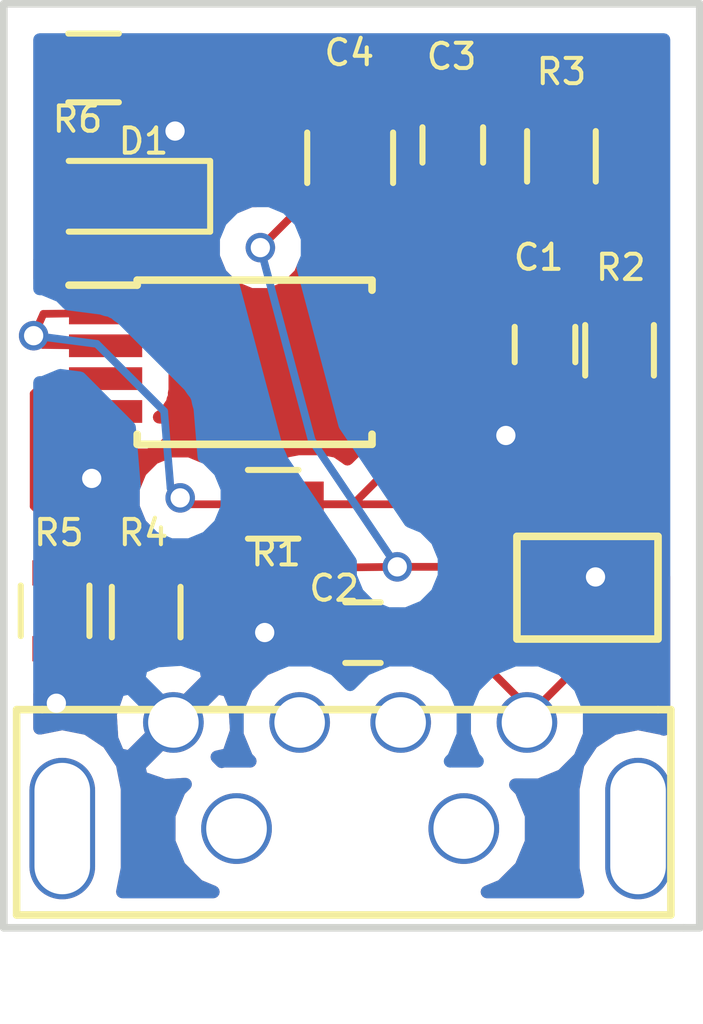
<source format=kicad_pcb>
(kicad_pcb (version 4) (host pcbnew 4.0.7)

  (general
    (links 26)
    (no_connects 0)
    (area 137.6576 79.0336 152.538501 102.0654)
    (thickness 1.6)
    (drawings 7)
    (tracks 105)
    (zones 0)
    (modules 14)
    (nets 12)
  )

  (page A4)
  (layers
    (0 F.Cu signal)
    (31 B.Cu signal)
    (32 B.Adhes user)
    (33 F.Adhes user)
    (34 B.Paste user)
    (35 F.Paste user)
    (36 B.SilkS user)
    (37 F.SilkS user)
    (38 B.Mask user)
    (39 F.Mask user)
    (40 Dwgs.User user)
    (41 Cmts.User user)
    (42 Eco1.User user)
    (43 Eco2.User user)
    (44 Edge.Cuts user)
    (45 Margin user)
    (46 B.CrtYd user)
    (47 F.CrtYd user)
    (48 B.Fab user)
    (49 F.Fab user hide)
  )

  (setup
    (last_trace_width 0.1524)
    (trace_clearance 0.1524)
    (zone_clearance 0.508)
    (zone_45_only no)
    (trace_min 0.1524)
    (segment_width 0.2)
    (edge_width 0.15)
    (via_size 0.5842)
    (via_drill 0.381)
    (via_min_size 0.5842)
    (via_min_drill 0.381)
    (uvia_size 0.3)
    (uvia_drill 0.1)
    (uvias_allowed no)
    (uvia_min_size 0.2)
    (uvia_min_drill 0.1)
    (pcb_text_width 0.3)
    (pcb_text_size 1.5 1.5)
    (mod_edge_width 0.15)
    (mod_text_size 0.5 0.5)
    (mod_text_width 0.08)
    (pad_size 1.524 1.524)
    (pad_drill 0.762)
    (pad_to_mask_clearance 0.2)
    (aux_axis_origin 0 0)
    (visible_elements 7FFFFFFF)
    (pcbplotparams
      (layerselection 0x010e0_80000001)
      (usegerberextensions false)
      (excludeedgelayer true)
      (linewidth 0.100000)
      (plotframeref false)
      (viasonmask false)
      (mode 1)
      (useauxorigin false)
      (hpglpennumber 1)
      (hpglpenspeed 20)
      (hpglpendiameter 15)
      (hpglpenoverlay 2)
      (psnegative false)
      (psa4output false)
      (plotreference true)
      (plotvalue true)
      (plotinvisibletext false)
      (padsonsilk false)
      (subtractmaskfromsilk false)
      (outputformat 1)
      (mirror false)
      (drillshape 0)
      (scaleselection 1)
      (outputdirectory Gerbers/))
  )

  (net 0 "")
  (net 1 GND)
  (net 2 "Net-(C1-Pad1)")
  (net 3 "Net-(C2-Pad1)")
  (net 4 /VDD)
  (net 5 "Net-(D1-Pad2)")
  (net 6 "Net-(R1-Pad1)")
  (net 7 "Net-(R1-Pad2)")
  (net 8 "Net-(R2-Pad1)")
  (net 9 "Net-(R4-Pad1)")
  (net 10 "Net-(U1-Pad3)")
  (net 11 "Net-(U1-Pad2)")

  (net_class Default "This is the default net class."
    (clearance 0.1524)
    (trace_width 0.1524)
    (via_dia 0.5842)
    (via_drill 0.381)
    (uvia_dia 0.3)
    (uvia_drill 0.1)
    (add_net /VDD)
    (add_net GND)
    (add_net "Net-(C1-Pad1)")
    (add_net "Net-(C2-Pad1)")
    (add_net "Net-(D1-Pad2)")
    (add_net "Net-(R1-Pad1)")
    (add_net "Net-(R1-Pad2)")
    (add_net "Net-(R2-Pad1)")
    (add_net "Net-(R4-Pad1)")
    (add_net "Net-(U1-Pad2)")
    (add_net "Net-(U1-Pad3)")
  )

  (module Capacitors_SMD:C_0603 (layer F.Cu) (tedit 59B94C96) (tstamp 59B878C4)
    (at 149.4 86.5 270)
    (descr "Capacitor SMD 0603, reflow soldering, AVX (see smccp.pdf)")
    (tags "capacitor 0603")
    (path /59B88A16)
    (attr smd)
    (fp_text reference C1 (at -1.725 0.125 360) (layer F.SilkS)
      (effects (font (size 0.5 0.5) (thickness 0.08)))
    )
    (fp_text value "" (at 0 1.5 270) (layer F.Fab)
      (effects (font (size 0.5 0.5) (thickness 0.08)))
    )
    (fp_line (start 1.4 0.65) (end -1.4 0.65) (layer F.CrtYd) (width 0.05))
    (fp_line (start 1.4 0.65) (end 1.4 -0.65) (layer F.CrtYd) (width 0.05))
    (fp_line (start -1.4 -0.65) (end -1.4 0.65) (layer F.CrtYd) (width 0.05))
    (fp_line (start -1.4 -0.65) (end 1.4 -0.65) (layer F.CrtYd) (width 0.05))
    (fp_line (start 0.35 0.6) (end -0.35 0.6) (layer F.SilkS) (width 0.12))
    (fp_line (start -0.35 -0.6) (end 0.35 -0.6) (layer F.SilkS) (width 0.12))
    (fp_line (start -0.8 -0.4) (end 0.8 -0.4) (layer F.Fab) (width 0.1))
    (fp_line (start 0.8 -0.4) (end 0.8 0.4) (layer F.Fab) (width 0.1))
    (fp_line (start 0.8 0.4) (end -0.8 0.4) (layer F.Fab) (width 0.1))
    (fp_line (start -0.8 0.4) (end -0.8 -0.4) (layer F.Fab) (width 0.1))
    (fp_text user %R (at 0 0 270) (layer F.Fab)
      (effects (font (size 0.5 0.5) (thickness 0.08)))
    )
    (pad 2 smd rect (at 0.75 0 270) (size 0.8 0.75) (layers F.Cu F.Paste F.Mask)
      (net 1 GND))
    (pad 1 smd rect (at -0.75 0 270) (size 0.8 0.75) (layers F.Cu F.Paste F.Mask)
      (net 2 "Net-(C1-Pad1)"))
    (model Capacitors_SMD.3dshapes/C_0603.wrl
      (at (xyz 0 0 0))
      (scale (xyz 1 1 1))
      (rotate (xyz 0 0 0))
    )
  )

  (module Resistors_SMD:R_0603 (layer F.Cu) (tedit 59B94CA4) (tstamp 59B878E2)
    (at 144.018 89.662 180)
    (descr "Resistor SMD 0603, reflow soldering, Vishay (see dcrcw.pdf)")
    (tags "resistor 0603")
    (path /59B8667F)
    (attr smd)
    (fp_text reference R1 (at -0.057 -0.963 180) (layer F.SilkS)
      (effects (font (size 0.5 0.5) (thickness 0.08)))
    )
    (fp_text value "" (at 0 1.5 180) (layer F.Fab)
      (effects (font (size 0.5 0.5) (thickness 0.08)))
    )
    (fp_text user %R (at 0 0 180) (layer F.Fab)
      (effects (font (size 0.5 0.5) (thickness 0.08)))
    )
    (fp_line (start -0.8 0.4) (end -0.8 -0.4) (layer F.Fab) (width 0.1))
    (fp_line (start 0.8 0.4) (end -0.8 0.4) (layer F.Fab) (width 0.1))
    (fp_line (start 0.8 -0.4) (end 0.8 0.4) (layer F.Fab) (width 0.1))
    (fp_line (start -0.8 -0.4) (end 0.8 -0.4) (layer F.Fab) (width 0.1))
    (fp_line (start 0.5 0.68) (end -0.5 0.68) (layer F.SilkS) (width 0.12))
    (fp_line (start -0.5 -0.68) (end 0.5 -0.68) (layer F.SilkS) (width 0.12))
    (fp_line (start -1.25 -0.7) (end 1.25 -0.7) (layer F.CrtYd) (width 0.05))
    (fp_line (start -1.25 -0.7) (end -1.25 0.7) (layer F.CrtYd) (width 0.05))
    (fp_line (start 1.25 0.7) (end 1.25 -0.7) (layer F.CrtYd) (width 0.05))
    (fp_line (start 1.25 0.7) (end -1.25 0.7) (layer F.CrtYd) (width 0.05))
    (pad 1 smd rect (at -0.75 0 180) (size 0.5 0.9) (layers F.Cu F.Paste F.Mask)
      (net 6 "Net-(R1-Pad1)"))
    (pad 2 smd rect (at 0.75 0 180) (size 0.5 0.9) (layers F.Cu F.Paste F.Mask)
      (net 7 "Net-(R1-Pad2)"))
    (model ${KISYS3DMOD}/Resistors_SMD.3dshapes/R_0603.wrl
      (at (xyz 0 0 0))
      (scale (xyz 1 1 1))
      (rotate (xyz 0 0 0))
    )
  )

  (module Resistors_SMD:R_0603 (layer F.Cu) (tedit 59B94C79) (tstamp 59B878E8)
    (at 150.876 86.614 270)
    (descr "Resistor SMD 0603, reflow soldering, Vishay (see dcrcw.pdf)")
    (tags "resistor 0603")
    (path /59B866DE)
    (attr smd)
    (fp_text reference R2 (at -1.639 -0.024 360) (layer F.SilkS)
      (effects (font (size 0.5 0.5) (thickness 0.08)))
    )
    (fp_text value "" (at 0 1.5 270) (layer F.Fab)
      (effects (font (size 0.5 0.5) (thickness 0.08)))
    )
    (fp_text user %R (at 0 0 270) (layer F.Fab)
      (effects (font (size 0.5 0.5) (thickness 0.08)))
    )
    (fp_line (start -0.8 0.4) (end -0.8 -0.4) (layer F.Fab) (width 0.1))
    (fp_line (start 0.8 0.4) (end -0.8 0.4) (layer F.Fab) (width 0.1))
    (fp_line (start 0.8 -0.4) (end 0.8 0.4) (layer F.Fab) (width 0.1))
    (fp_line (start -0.8 -0.4) (end 0.8 -0.4) (layer F.Fab) (width 0.1))
    (fp_line (start 0.5 0.68) (end -0.5 0.68) (layer F.SilkS) (width 0.12))
    (fp_line (start -0.5 -0.68) (end 0.5 -0.68) (layer F.SilkS) (width 0.12))
    (fp_line (start -1.25 -0.7) (end 1.25 -0.7) (layer F.CrtYd) (width 0.05))
    (fp_line (start -1.25 -0.7) (end -1.25 0.7) (layer F.CrtYd) (width 0.05))
    (fp_line (start 1.25 0.7) (end 1.25 -0.7) (layer F.CrtYd) (width 0.05))
    (fp_line (start 1.25 0.7) (end -1.25 0.7) (layer F.CrtYd) (width 0.05))
    (pad 1 smd rect (at -0.75 0 270) (size 0.5 0.9) (layers F.Cu F.Paste F.Mask)
      (net 8 "Net-(R2-Pad1)"))
    (pad 2 smd rect (at 0.75 0 270) (size 0.5 0.9) (layers F.Cu F.Paste F.Mask)
      (net 6 "Net-(R1-Pad1)"))
    (model ${KISYS3DMOD}/Resistors_SMD.3dshapes/R_0603.wrl
      (at (xyz 0 0 0))
      (scale (xyz 1 1 1))
      (rotate (xyz 0 0 0))
    )
  )

  (module Resistors_SMD:R_0603 (layer F.Cu) (tedit 59B94C7F) (tstamp 59B878EE)
    (at 149.725 82.775 270)
    (descr "Resistor SMD 0603, reflow soldering, Vishay (see dcrcw.pdf)")
    (tags "resistor 0603")
    (path /59B86733)
    (attr smd)
    (fp_text reference R3 (at -1.675 0 360) (layer F.SilkS)
      (effects (font (size 0.5 0.5) (thickness 0.08)))
    )
    (fp_text value "" (at 0 1.5 270) (layer F.Fab)
      (effects (font (size 0.5 0.5) (thickness 0.08)))
    )
    (fp_text user %R (at 0 0 270) (layer F.Fab)
      (effects (font (size 0.5 0.5) (thickness 0.08)))
    )
    (fp_line (start -0.8 0.4) (end -0.8 -0.4) (layer F.Fab) (width 0.1))
    (fp_line (start 0.8 0.4) (end -0.8 0.4) (layer F.Fab) (width 0.1))
    (fp_line (start 0.8 -0.4) (end 0.8 0.4) (layer F.Fab) (width 0.1))
    (fp_line (start -0.8 -0.4) (end 0.8 -0.4) (layer F.Fab) (width 0.1))
    (fp_line (start 0.5 0.68) (end -0.5 0.68) (layer F.SilkS) (width 0.12))
    (fp_line (start -0.5 -0.68) (end 0.5 -0.68) (layer F.SilkS) (width 0.12))
    (fp_line (start -1.25 -0.7) (end 1.25 -0.7) (layer F.CrtYd) (width 0.05))
    (fp_line (start -1.25 -0.7) (end -1.25 0.7) (layer F.CrtYd) (width 0.05))
    (fp_line (start 1.25 0.7) (end 1.25 -0.7) (layer F.CrtYd) (width 0.05))
    (fp_line (start 1.25 0.7) (end -1.25 0.7) (layer F.CrtYd) (width 0.05))
    (pad 1 smd rect (at -0.75 0 270) (size 0.5 0.9) (layers F.Cu F.Paste F.Mask)
      (net 8 "Net-(R2-Pad1)"))
    (pad 2 smd rect (at 0.75 0 270) (size 0.5 0.9) (layers F.Cu F.Paste F.Mask)
      (net 2 "Net-(C1-Pad1)"))
    (model ${KISYS3DMOD}/Resistors_SMD.3dshapes/R_0603.wrl
      (at (xyz 0 0 0))
      (scale (xyz 1 1 1))
      (rotate (xyz 0 0 0))
    )
  )

  (module Resistors_SMD:R_0603 (layer F.Cu) (tedit 59B94CD4) (tstamp 59B878F4)
    (at 139.7 91.7702 270)
    (descr "Resistor SMD 0603, reflow soldering, Vishay (see dcrcw.pdf)")
    (tags "resistor 0603")
    (path /59B8665A)
    (attr smd)
    (fp_text reference R4 (at -1.5452 -1.75 360) (layer F.SilkS)
      (effects (font (size 0.5 0.5) (thickness 0.08)))
    )
    (fp_text value "" (at 0 1.5 270) (layer F.Fab)
      (effects (font (size 0.5 0.5) (thickness 0.08)))
    )
    (fp_text user %R (at 0 0 270) (layer F.Fab)
      (effects (font (size 0.5 0.5) (thickness 0.08)))
    )
    (fp_line (start -0.8 0.4) (end -0.8 -0.4) (layer F.Fab) (width 0.1))
    (fp_line (start 0.8 0.4) (end -0.8 0.4) (layer F.Fab) (width 0.1))
    (fp_line (start 0.8 -0.4) (end 0.8 0.4) (layer F.Fab) (width 0.1))
    (fp_line (start -0.8 -0.4) (end 0.8 -0.4) (layer F.Fab) (width 0.1))
    (fp_line (start 0.5 0.68) (end -0.5 0.68) (layer F.SilkS) (width 0.12))
    (fp_line (start -0.5 -0.68) (end 0.5 -0.68) (layer F.SilkS) (width 0.12))
    (fp_line (start -1.25 -0.7) (end 1.25 -0.7) (layer F.CrtYd) (width 0.05))
    (fp_line (start -1.25 -0.7) (end -1.25 0.7) (layer F.CrtYd) (width 0.05))
    (fp_line (start 1.25 0.7) (end 1.25 -0.7) (layer F.CrtYd) (width 0.05))
    (fp_line (start 1.25 0.7) (end -1.25 0.7) (layer F.CrtYd) (width 0.05))
    (pad 1 smd rect (at -0.75 0 270) (size 0.5 0.9) (layers F.Cu F.Paste F.Mask)
      (net 9 "Net-(R4-Pad1)"))
    (pad 2 smd rect (at 0.75 0 270) (size 0.5 0.9) (layers F.Cu F.Paste F.Mask)
      (net 1 GND))
    (model ${KISYS3DMOD}/Resistors_SMD.3dshapes/R_0603.wrl
      (at (xyz 0 0 0))
      (scale (xyz 1 1 1))
      (rotate (xyz 0 0 0))
    )
  )

  (module Resistors_SMD:R_0603 (layer F.Cu) (tedit 59B94CED) (tstamp 59B878FA)
    (at 141.5034 91.7956 90)
    (descr "Resistor SMD 0603, reflow soldering, Vishay (see dcrcw.pdf)")
    (tags "resistor 0603")
    (path /59B8657C)
    (attr smd)
    (fp_text reference R5 (at 1.5706 -1.7284 180) (layer F.SilkS)
      (effects (font (size 0.5 0.5) (thickness 0.08)))
    )
    (fp_text value "" (at 0 1.5 90) (layer F.Fab)
      (effects (font (size 0.5 0.5) (thickness 0.08)))
    )
    (fp_text user %R (at 0 0 90) (layer F.Fab)
      (effects (font (size 0.5 0.5) (thickness 0.08)))
    )
    (fp_line (start -0.8 0.4) (end -0.8 -0.4) (layer F.Fab) (width 0.1))
    (fp_line (start 0.8 0.4) (end -0.8 0.4) (layer F.Fab) (width 0.1))
    (fp_line (start 0.8 -0.4) (end 0.8 0.4) (layer F.Fab) (width 0.1))
    (fp_line (start -0.8 -0.4) (end 0.8 -0.4) (layer F.Fab) (width 0.1))
    (fp_line (start 0.5 0.68) (end -0.5 0.68) (layer F.SilkS) (width 0.12))
    (fp_line (start -0.5 -0.68) (end 0.5 -0.68) (layer F.SilkS) (width 0.12))
    (fp_line (start -1.25 -0.7) (end 1.25 -0.7) (layer F.CrtYd) (width 0.05))
    (fp_line (start -1.25 -0.7) (end -1.25 0.7) (layer F.CrtYd) (width 0.05))
    (fp_line (start 1.25 0.7) (end 1.25 -0.7) (layer F.CrtYd) (width 0.05))
    (fp_line (start 1.25 0.7) (end -1.25 0.7) (layer F.CrtYd) (width 0.05))
    (pad 1 smd rect (at -0.75 0 90) (size 0.5 0.9) (layers F.Cu F.Paste F.Mask)
      (net 4 /VDD))
    (pad 2 smd rect (at 0.75 0 90) (size 0.5 0.9) (layers F.Cu F.Paste F.Mask)
      (net 9 "Net-(R4-Pad1)"))
    (model ${KISYS3DMOD}/Resistors_SMD.3dshapes/R_0603.wrl
      (at (xyz 0 0 0))
      (scale (xyz 1 1 1))
      (rotate (xyz 0 0 0))
    )
  )

  (module Resistors_SMD:R_0603 (layer F.Cu) (tedit 59BA7D10) (tstamp 59B87900)
    (at 140.462 81.026)
    (descr "Resistor SMD 0603, reflow soldering, Vishay (see dcrcw.pdf)")
    (tags "resistor 0603")
    (path /59B8677E)
    (attr smd)
    (fp_text reference R6 (at -0.3175 1.016) (layer F.SilkS)
      (effects (font (size 0.5 0.5) (thickness 0.08)))
    )
    (fp_text value "" (at 0 1.5) (layer F.Fab)
      (effects (font (size 0.5 0.5) (thickness 0.08)))
    )
    (fp_text user %R (at 0 0) (layer F.Fab)
      (effects (font (size 0.5 0.5) (thickness 0.08)))
    )
    (fp_line (start -0.8 0.4) (end -0.8 -0.4) (layer F.Fab) (width 0.1))
    (fp_line (start 0.8 0.4) (end -0.8 0.4) (layer F.Fab) (width 0.1))
    (fp_line (start 0.8 -0.4) (end 0.8 0.4) (layer F.Fab) (width 0.1))
    (fp_line (start -0.8 -0.4) (end 0.8 -0.4) (layer F.Fab) (width 0.1))
    (fp_line (start 0.5 0.68) (end -0.5 0.68) (layer F.SilkS) (width 0.12))
    (fp_line (start -0.5 -0.68) (end 0.5 -0.68) (layer F.SilkS) (width 0.12))
    (fp_line (start -1.25 -0.7) (end 1.25 -0.7) (layer F.CrtYd) (width 0.05))
    (fp_line (start -1.25 -0.7) (end -1.25 0.7) (layer F.CrtYd) (width 0.05))
    (fp_line (start 1.25 0.7) (end 1.25 -0.7) (layer F.CrtYd) (width 0.05))
    (fp_line (start 1.25 0.7) (end -1.25 0.7) (layer F.CrtYd) (width 0.05))
    (pad 1 smd rect (at -0.75 0) (size 0.5 0.9) (layers F.Cu F.Paste F.Mask)
      (net 5 "Net-(D1-Pad2)"))
    (pad 2 smd rect (at 0.75 0) (size 0.5 0.9) (layers F.Cu F.Paste F.Mask)
      (net 8 "Net-(R2-Pad1)"))
    (model ${KISYS3DMOD}/Resistors_SMD.3dshapes/R_0603.wrl
      (at (xyz 0 0 0))
      (scale (xyz 1 1 1))
      (rotate (xyz 0 0 0))
    )
  )

  (module Capacitors_SMD:C_0603 (layer F.Cu) (tedit 59B94CCD) (tstamp 59B88766)
    (at 145.796 92.202 180)
    (descr "Capacitor SMD 0603, reflow soldering, AVX (see smccp.pdf)")
    (tags "capacitor 0603")
    (path /59B8654D)
    (attr smd)
    (fp_text reference C2 (at 0.571 0.877 180) (layer F.SilkS)
      (effects (font (size 0.5 0.5) (thickness 0.08)))
    )
    (fp_text value "" (at 0 1.5 180) (layer F.Fab)
      (effects (font (size 0.5 0.5) (thickness 0.08)))
    )
    (fp_line (start 1.4 0.65) (end -1.4 0.65) (layer F.CrtYd) (width 0.05))
    (fp_line (start 1.4 0.65) (end 1.4 -0.65) (layer F.CrtYd) (width 0.05))
    (fp_line (start -1.4 -0.65) (end -1.4 0.65) (layer F.CrtYd) (width 0.05))
    (fp_line (start -1.4 -0.65) (end 1.4 -0.65) (layer F.CrtYd) (width 0.05))
    (fp_line (start 0.35 0.6) (end -0.35 0.6) (layer F.SilkS) (width 0.12))
    (fp_line (start -0.35 -0.6) (end 0.35 -0.6) (layer F.SilkS) (width 0.12))
    (fp_line (start -0.8 -0.4) (end 0.8 -0.4) (layer F.Fab) (width 0.1))
    (fp_line (start 0.8 -0.4) (end 0.8 0.4) (layer F.Fab) (width 0.1))
    (fp_line (start 0.8 0.4) (end -0.8 0.4) (layer F.Fab) (width 0.1))
    (fp_line (start -0.8 0.4) (end -0.8 -0.4) (layer F.Fab) (width 0.1))
    (fp_text user %R (at 0 0 180) (layer F.Fab)
      (effects (font (size 0.5 0.5) (thickness 0.08)))
    )
    (pad 2 smd rect (at 0.75 0 180) (size 0.8 0.75) (layers F.Cu F.Paste F.Mask)
      (net 1 GND))
    (pad 1 smd rect (at -0.75 0 180) (size 0.8 0.75) (layers F.Cu F.Paste F.Mask)
      (net 3 "Net-(C2-Pad1)"))
    (model Capacitors_SMD.3dshapes/C_0603.wrl
      (at (xyz 0 0 0))
      (scale (xyz 1 1 1))
      (rotate (xyz 0 0 0))
    )
  )

  (module Capacitors_SMD:C_0603 (layer F.Cu) (tedit 59BA7D19) (tstamp 59B8876C)
    (at 147.574 82.55 90)
    (descr "Capacitor SMD 0603, reflow soldering, AVX (see smccp.pdf)")
    (tags "capacitor 0603")
    (path /59B867CD)
    (attr smd)
    (fp_text reference C3 (at 1.75 -0.024 180) (layer F.SilkS)
      (effects (font (size 0.5 0.5) (thickness 0.08)))
    )
    (fp_text value "" (at 0 1.5 90) (layer F.Fab)
      (effects (font (size 0.5 0.5) (thickness 0.08)))
    )
    (fp_line (start 1.4 0.65) (end -1.4 0.65) (layer F.CrtYd) (width 0.05))
    (fp_line (start 1.4 0.65) (end 1.4 -0.65) (layer F.CrtYd) (width 0.05))
    (fp_line (start -1.4 -0.65) (end -1.4 0.65) (layer F.CrtYd) (width 0.05))
    (fp_line (start -1.4 -0.65) (end 1.4 -0.65) (layer F.CrtYd) (width 0.05))
    (fp_line (start 0.35 0.6) (end -0.35 0.6) (layer F.SilkS) (width 0.12))
    (fp_line (start -0.35 -0.6) (end 0.35 -0.6) (layer F.SilkS) (width 0.12))
    (fp_line (start -0.8 -0.4) (end 0.8 -0.4) (layer F.Fab) (width 0.1))
    (fp_line (start 0.8 -0.4) (end 0.8 0.4) (layer F.Fab) (width 0.1))
    (fp_line (start 0.8 0.4) (end -0.8 0.4) (layer F.Fab) (width 0.1))
    (fp_line (start -0.8 0.4) (end -0.8 -0.4) (layer F.Fab) (width 0.1))
    (fp_text user %R (at 0 0 90) (layer F.Fab)
      (effects (font (size 0.5 0.5) (thickness 0.08)))
    )
    (pad 2 smd rect (at 0.75 0 90) (size 0.8 0.75) (layers F.Cu F.Paste F.Mask)
      (net 1 GND))
    (pad 1 smd rect (at -0.75 0 90) (size 0.8 0.75) (layers F.Cu F.Paste F.Mask)
      (net 4 /VDD))
    (model Capacitors_SMD.3dshapes/C_0603.wrl
      (at (xyz 0 0 0))
      (scale (xyz 1 1 1))
      (rotate (xyz 0 0 0))
    )
  )

  (module Capacitors_SMD:C_0805 (layer F.Cu) (tedit 59B94C8C) (tstamp 59B88772)
    (at 145.542 82.804 90)
    (descr "Capacitor SMD 0805, reflow soldering, AVX (see smccp.pdf)")
    (tags "capacitor 0805")
    (path /59B86814)
    (attr smd)
    (fp_text reference C4 (at 2.079 -0.017 180) (layer F.SilkS)
      (effects (font (size 0.5 0.5) (thickness 0.08)))
    )
    (fp_text value "" (at 0 1.75 90) (layer F.Fab)
      (effects (font (size 0.5 0.5) (thickness 0.08)))
    )
    (fp_text user %R (at 0 -1.5 90) (layer F.Fab)
      (effects (font (size 0.5 0.5) (thickness 0.08)))
    )
    (fp_line (start -1 0.62) (end -1 -0.62) (layer F.Fab) (width 0.1))
    (fp_line (start 1 0.62) (end -1 0.62) (layer F.Fab) (width 0.1))
    (fp_line (start 1 -0.62) (end 1 0.62) (layer F.Fab) (width 0.1))
    (fp_line (start -1 -0.62) (end 1 -0.62) (layer F.Fab) (width 0.1))
    (fp_line (start 0.5 -0.85) (end -0.5 -0.85) (layer F.SilkS) (width 0.12))
    (fp_line (start -0.5 0.85) (end 0.5 0.85) (layer F.SilkS) (width 0.12))
    (fp_line (start -1.75 -0.88) (end 1.75 -0.88) (layer F.CrtYd) (width 0.05))
    (fp_line (start -1.75 -0.88) (end -1.75 0.87) (layer F.CrtYd) (width 0.05))
    (fp_line (start 1.75 0.87) (end 1.75 -0.88) (layer F.CrtYd) (width 0.05))
    (fp_line (start 1.75 0.87) (end -1.75 0.87) (layer F.CrtYd) (width 0.05))
    (pad 1 smd rect (at -1 0 90) (size 1 1.25) (layers F.Cu F.Paste F.Mask)
      (net 4 /VDD))
    (pad 2 smd rect (at 1 0 90) (size 1 1.25) (layers F.Cu F.Paste F.Mask)
      (net 1 GND))
    (model Capacitors_SMD.3dshapes/C_0805.wrl
      (at (xyz 0 0 0))
      (scale (xyz 1 1 1))
      (rotate (xyz 0 0 0))
    )
  )

  (module LEDs:LED_0805 (layer F.Cu) (tedit 59B94C30) (tstamp 59B88778)
    (at 140.97 83.566 180)
    (descr "LED 0805 smd package")
    (tags "LED led 0805 SMD smd SMT smt smdled SMDLED smtled SMTLED")
    (path /59B878F5)
    (attr smd)
    (fp_text reference D1 (at -0.48 1.091 180) (layer F.SilkS)
      (effects (font (size 0.5 0.5) (thickness 0.08)))
    )
    (fp_text value "" (at 0.52 1.541 180) (layer F.Fab)
      (effects (font (size 0.5 0.5) (thickness 0.08)))
    )
    (fp_line (start -1.8 -0.7) (end -1.8 0.7) (layer F.SilkS) (width 0.12))
    (fp_line (start -0.4 -0.4) (end -0.4 0.4) (layer F.Fab) (width 0.1))
    (fp_line (start -0.4 0) (end 0.2 -0.4) (layer F.Fab) (width 0.1))
    (fp_line (start 0.2 0.4) (end -0.4 0) (layer F.Fab) (width 0.1))
    (fp_line (start 0.2 -0.4) (end 0.2 0.4) (layer F.Fab) (width 0.1))
    (fp_line (start 1 0.6) (end -1 0.6) (layer F.Fab) (width 0.1))
    (fp_line (start 1 -0.6) (end 1 0.6) (layer F.Fab) (width 0.1))
    (fp_line (start -1 -0.6) (end 1 -0.6) (layer F.Fab) (width 0.1))
    (fp_line (start -1 0.6) (end -1 -0.6) (layer F.Fab) (width 0.1))
    (fp_line (start -1.8 0.7) (end 1 0.7) (layer F.SilkS) (width 0.12))
    (fp_line (start -1.8 -0.7) (end 1 -0.7) (layer F.SilkS) (width 0.12))
    (fp_line (start 1.95 -0.85) (end 1.95 0.85) (layer F.CrtYd) (width 0.05))
    (fp_line (start 1.95 0.85) (end -1.95 0.85) (layer F.CrtYd) (width 0.05))
    (fp_line (start -1.95 0.85) (end -1.95 -0.85) (layer F.CrtYd) (width 0.05))
    (fp_line (start -1.95 -0.85) (end 1.95 -0.85) (layer F.CrtYd) (width 0.05))
    (fp_text user %R (at 0 -1.25 180) (layer F.Fab)
      (effects (font (size 0.5 0.5) (thickness 0.08)))
    )
    (pad 2 smd rect (at 1.1 0) (size 1.2 1.2) (layers F.Cu F.Paste F.Mask)
      (net 5 "Net-(D1-Pad2)"))
    (pad 1 smd rect (at -1.1 0) (size 1.2 1.2) (layers F.Cu F.Paste F.Mask)
      (net 1 GND))
    (model ${KISYS3DMOD}/LEDs.3dshapes/LED_0805.wrl
      (at (xyz 0 0 0))
      (scale (xyz 1 1 1))
      (rotate (xyz 0 0 180))
    )
  )

  (module ElectronicsProject1:USB_WM17117 (layer F.Cu) (tedit 59B94CFE) (tstamp 59B93BD5)
    (at 145.542 93.98)
    (path /59B8618C)
    (fp_text reference "" (at 2.54 5.842) (layer F.SilkS)
      (effects (font (size 0.5 0.5) (thickness 0.08)))
    )
    (fp_text value "" (at 0 -5.588) (layer F.Fab)
      (effects (font (size 0.5 0.5) (thickness 0.08)))
    )
    (fp_line (start 6.096 -0.254) (end 6.35 -0.254) (layer F.SilkS) (width 0.15))
    (fp_line (start 6.35 -0.254) (end 6.35 3.81) (layer F.SilkS) (width 0.15))
    (fp_line (start 6.35 3.81) (end -6.604 3.81) (layer F.SilkS) (width 0.15))
    (fp_line (start -6.604 3.81) (end -6.604 -0.254) (layer F.SilkS) (width 0.15))
    (fp_line (start -6.096 -0.254) (end 6.096 -0.254) (layer F.SilkS) (width 0.15))
    (fp_line (start -6.604 -0.254) (end -6.096 -0.254) (layer F.SilkS) (width 0.15))
    (pad 4 thru_hole circle (at -3.5 0) (size 1.2 1.2) (drill 1) (layers *.Cu *.Mask)
      (net 1 GND))
    (pad 3 thru_hole circle (at -1 0) (size 1.2 1.2) (drill 1) (layers *.Cu *.Mask)
      (net 10 "Net-(U1-Pad3)"))
    (pad 2 thru_hole circle (at 1 0) (size 1.2 1.2) (drill 1) (layers *.Cu *.Mask)
      (net 11 "Net-(U1-Pad2)"))
    (pad 1 thru_hole circle (at 3.5 0) (size 1.2 1.2) (drill 1) (layers *.Cu *.Mask)
      (net 3 "Net-(C2-Pad1)"))
    (pad "" np_thru_hole circle (at 2.25 2.1) (size 1.4 1.4) (drill 1.2) (layers *.Cu *.Mask))
    (pad "" np_thru_hole circle (at -2.25 2.1) (size 1.4 1.4) (drill 1.2) (layers *.Cu *.Mask))
    (pad "" np_thru_hole oval (at 5.7 2.1) (size 1.3 2.8) (drill oval 1.1 2.6) (layers *.Cu *.Mask))
    (pad "" np_thru_hole oval (at -5.7 2.1) (size 1.3 2.8) (drill oval 1.1 2.6) (layers *.Cu *.Mask))
  )

  (module ElectronicsProject1:Vregulator_MCP1702 (layer F.Cu) (tedit 59B94D11) (tstamp 59B93BE1)
    (at 151.13 90.043 180)
    (path /59B86033)
    (fp_text reference "" (at 10.93 7.968 180) (layer F.SilkS)
      (effects (font (size 0.5 0.5) (thickness 0.08)))
    )
    (fp_text value "" (at 0 -11.43 180) (layer F.Fab)
      (effects (font (size 0.5 0.5) (thickness 0.08)))
    )
    (fp_line (start 1.016 -2.286) (end 2.286 -2.286) (layer F.SilkS) (width 0.15))
    (fp_line (start 2.286 -2.286) (end 2.286 -0.254) (layer F.SilkS) (width 0.15))
    (fp_line (start 2.286 -0.254) (end -0.508 -0.254) (layer F.SilkS) (width 0.15))
    (fp_line (start -0.508 -0.254) (end -0.508 -2.286) (layer F.SilkS) (width 0.15))
    (fp_line (start -0.508 -2.286) (end 1.016 -2.286) (layer F.SilkS) (width 0.15))
    (pad 1 smd rect (at 0 0 180) (size 0.6 1) (layers F.Cu F.Paste F.Mask)
      (net 1 GND))
    (pad 2 smd rect (at 1.9 0 180) (size 0.6 1) (layers F.Cu F.Paste F.Mask)
      (net 4 /VDD))
    (pad 3 smd rect (at 0.95 -2.7 180) (size 0.6 1) (layers F.Cu F.Paste F.Mask)
      (net 3 "Net-(C2-Pad1)"))
  )

  (module Housings_SSOP:TSSOP-8_4.4x3mm_Pitch0.65mm (layer F.Cu) (tedit 59B94D1E) (tstamp 59B93BED)
    (at 143.65 86.85)
    (descr "8-Lead Plastic Thin Shrink Small Outline (ST)-4.4 mm Body [TSSOP] (see Microchip Packaging Specification 00000049BS.pdf)")
    (tags "SSOP 0.65")
    (path /59B8561B)
    (attr smd)
    (fp_text reference "" (at 0 -2.55) (layer F.SilkS)
      (effects (font (size 0.5 0.5) (thickness 0.08)))
    )
    (fp_text value "" (at 0 2.55) (layer F.Fab)
      (effects (font (size 0.5 0.5) (thickness 0.08)))
    )
    (fp_line (start -1.2 -1.5) (end 2.2 -1.5) (layer F.Fab) (width 0.15))
    (fp_line (start 2.2 -1.5) (end 2.2 1.5) (layer F.Fab) (width 0.15))
    (fp_line (start 2.2 1.5) (end -2.2 1.5) (layer F.Fab) (width 0.15))
    (fp_line (start -2.2 1.5) (end -2.2 -0.5) (layer F.Fab) (width 0.15))
    (fp_line (start -2.2 -0.5) (end -1.2 -1.5) (layer F.Fab) (width 0.15))
    (fp_line (start -3.95 -1.8) (end -3.95 1.8) (layer F.CrtYd) (width 0.05))
    (fp_line (start 3.95 -1.8) (end 3.95 1.8) (layer F.CrtYd) (width 0.05))
    (fp_line (start -3.95 -1.8) (end 3.95 -1.8) (layer F.CrtYd) (width 0.05))
    (fp_line (start -3.95 1.8) (end 3.95 1.8) (layer F.CrtYd) (width 0.05))
    (fp_line (start -2.325 -1.625) (end -2.325 -1.525) (layer F.SilkS) (width 0.15))
    (fp_line (start 2.325 -1.625) (end 2.325 -1.425) (layer F.SilkS) (width 0.15))
    (fp_line (start 2.325 1.625) (end 2.325 1.425) (layer F.SilkS) (width 0.15))
    (fp_line (start -2.325 1.625) (end -2.325 1.425) (layer F.SilkS) (width 0.15))
    (fp_line (start -2.325 -1.625) (end 2.325 -1.625) (layer F.SilkS) (width 0.15))
    (fp_line (start -2.325 1.625) (end 2.325 1.625) (layer F.SilkS) (width 0.15))
    (fp_line (start -2.325 -1.525) (end -3.675 -1.525) (layer F.SilkS) (width 0.15))
    (fp_text user %R (at 0 0) (layer F.Fab)
      (effects (font (size 0.5 0.5) (thickness 0.08)))
    )
    (pad 1 smd rect (at -2.95 -0.975) (size 1.45 0.45) (layers F.Cu F.Paste F.Mask)
      (net 7 "Net-(R1-Pad2)"))
    (pad 2 smd rect (at -2.95 -0.325) (size 1.45 0.45) (layers F.Cu F.Paste F.Mask)
      (net 7 "Net-(R1-Pad2)"))
    (pad 3 smd rect (at -2.95 0.325) (size 1.45 0.45) (layers F.Cu F.Paste F.Mask)
      (net 9 "Net-(R4-Pad1)"))
    (pad 4 smd rect (at -2.95 0.975) (size 1.45 0.45) (layers F.Cu F.Paste F.Mask)
      (net 1 GND))
    (pad 5 smd rect (at 2.95 0.975) (size 1.45 0.45) (layers F.Cu F.Paste F.Mask)
      (net 6 "Net-(R1-Pad1)"))
    (pad 6 smd rect (at 2.95 0.325) (size 1.45 0.45) (layers F.Cu F.Paste F.Mask)
      (net 2 "Net-(C1-Pad1)"))
    (pad 7 smd rect (at 2.95 -0.325) (size 1.45 0.45) (layers F.Cu F.Paste F.Mask)
      (net 8 "Net-(R2-Pad1)"))
    (pad 8 smd rect (at 2.95 -0.975) (size 1.45 0.45) (layers F.Cu F.Paste F.Mask)
      (net 4 /VDD))
    (model ${KISYS3DMOD}/Housings_SSOP.3dshapes/TSSOP-8_4.4x3mm_Pitch0.65mm.wrl
      (at (xyz 0 0 0))
      (scale (xyz 1 1 1))
      (rotate (xyz 0 0 0))
    )
  )

  (gr_line (start 152.4635 79.756) (end 152.146 79.756) (angle 90) (layer Edge.Cuts) (width 0.15))
  (gr_line (start 152.4635 98.044) (end 152.4635 79.756) (angle 90) (layer Edge.Cuts) (width 0.15))
  (gr_line (start 152.146 98.044) (end 152.4635 98.044) (angle 90) (layer Edge.Cuts) (width 0.15))
  (gr_line (start 152.146 98.044) (end 138.684 98.044) (angle 90) (layer Edge.Cuts) (width 0.15))
  (gr_line (start 151.892 79.756) (end 152.146 79.756) (angle 90) (layer Edge.Cuts) (width 0.15))
  (gr_line (start 138.684 79.756) (end 151.892 79.756) (angle 90) (layer Edge.Cuts) (width 0.15))
  (gr_line (start 138.684 98.044) (end 138.684 79.756) (angle 90) (layer Edge.Cuts) (width 0.15))

  (segment (start 142.07 83.566) (end 142.07 82.28) (width 0.1524) (layer F.Cu) (net 1))
  (via (at 142.075 82.275) (size 0.5842) (drill 0.381) (layers F.Cu B.Cu) (net 1))
  (segment (start 142.07 82.28) (end 142.075 82.275) (width 0.1524) (layer F.Cu) (net 1) (tstamp 59B958D3))
  (segment (start 151.13 90.043) (end 151.13 90.395) (width 0.1524) (layer F.Cu) (net 1))
  (segment (start 151.13 90.395) (end 150.4 91.1) (width 0.1524) (layer F.Cu) (net 1) (tstamp 59B949EF))
  (via (at 150.4 91.1) (size 0.5842) (drill 0.381) (layers F.Cu B.Cu) (net 1))
  (segment (start 149.4 87.25) (end 149.4 87.525) (width 0.1524) (layer F.Cu) (net 1))
  (segment (start 149.4 87.525) (end 148.625 88.3) (width 0.1524) (layer F.Cu) (net 1) (tstamp 59B94955))
  (via (at 148.625 88.3) (size 0.5842) (drill 0.381) (layers F.Cu B.Cu) (net 1))
  (segment (start 142.07 83.566) (end 142.684 83.566) (width 0.1524) (layer F.Cu) (net 1))
  (segment (start 142.684 83.566) (end 143.325 82.925) (width 0.1524) (layer F.Cu) (net 1) (tstamp 59B9493B))
  (segment (start 145.046 92.202) (end 143.852 92.202) (width 0.1524) (layer F.Cu) (net 1))
  (via (at 143.85 92.2) (size 0.5842) (drill 0.381) (layers F.Cu B.Cu) (net 1))
  (segment (start 143.852 92.202) (end 143.85 92.2) (width 0.1524) (layer F.Cu) (net 1) (tstamp 59B94848))
  (segment (start 140.7 87.825) (end 140.7 88.875) (width 0.1524) (layer F.Cu) (net 1))
  (via (at 140.425 89.15) (size 0.5842) (drill 0.381) (layers F.Cu B.Cu) (net 1))
  (segment (start 140.7 88.875) (end 140.425 89.15) (width 0.1524) (layer F.Cu) (net 1) (tstamp 59B94726))
  (segment (start 139.7 92.5202) (end 139.7 93.575) (width 0.1524) (layer F.Cu) (net 1))
  (via (at 139.725 93.6) (size 0.5842) (drill 0.381) (layers F.Cu B.Cu) (net 1))
  (segment (start 139.7 93.575) (end 139.725 93.6) (width 0.1524) (layer F.Cu) (net 1) (tstamp 59B946ED))
  (segment (start 149.4 87.25) (end 149.4 87.5) (width 0.1524) (layer F.Cu) (net 1) (status 30))
  (segment (start 142.042 93.98) (end 142.24 93.98) (width 0.1524) (layer F.Cu) (net 1))
  (segment (start 149.4 85.75) (end 149.4 84.625) (width 0.1524) (layer F.Cu) (net 2))
  (segment (start 149.675 84.35) (end 149.675 83.575) (width 0.1524) (layer F.Cu) (net 2) (tstamp 59B958C1))
  (segment (start 149.4 84.625) (end 149.675 84.35) (width 0.1524) (layer F.Cu) (net 2) (tstamp 59B958C0))
  (segment (start 149.675 83.575) (end 149.725 83.525) (width 0.1524) (layer F.Cu) (net 2) (tstamp 59B958C2))
  (segment (start 149.6 83.65) (end 149.725 83.525) (width 0.1524) (layer F.Cu) (net 2) (tstamp 59B94808) (status 30))
  (segment (start 146.6 87.175) (end 147.975 87.175) (width 0.1524) (layer F.Cu) (net 2))
  (segment (start 148.65 86.5) (end 149.286682 85.628484) (width 0.1524) (layer F.Cu) (net 2) (tstamp 59B94391) (status 20))
  (segment (start 147.975 87.175) (end 148.65 86.5) (width 0.1524) (layer F.Cu) (net 2) (tstamp 59B94389))
  (segment (start 149.286682 85.628484) (end 149.311682 85.603484) (width 0.1524) (layer F.Cu) (net 2) (tstamp 59B94399) (status 30))
  (segment (start 149.127236 85.897764) (end 149.299682 85.591484) (width 0.1524) (layer F.Cu) (net 2) (tstamp 59B8B2A7) (status 30))
  (segment (start 149.299682 85.591484) (end 149.311682 85.603484) (width 0.1524) (layer F.Cu) (net 2) (tstamp 59B8B2A8) (status 30))
  (segment (start 149.311682 85.603484) (end 149.146 85.484) (width 0.1524) (layer F.Cu) (net 2) (status 30))
  (segment (start 149.042 93.98) (end 149.042 93.881) (width 0.1524) (layer F.Cu) (net 3))
  (segment (start 149.042 93.881) (end 150.18 92.743) (width 0.1524) (layer F.Cu) (net 3) (tstamp 59B93CA2))
  (segment (start 149.042 93.98) (end 149.042 93.67) (width 0.1524) (layer F.Cu) (net 3))
  (segment (start 149.042 93.67) (end 147.828 92.456) (width 0.1524) (layer F.Cu) (net 3) (tstamp 59B8AB9B))
  (segment (start 147.828 92.456) (end 146.546 92.456) (width 0.1524) (layer F.Cu) (net 3) (tstamp 59B8AB9C) (status 20))
  (segment (start 149.042 93.98) (end 149.042 93.5) (width 0.1524) (layer F.Cu) (net 3))
  (segment (start 144.542 83.804) (end 145.542 83.804) (width 0.1524) (layer F.Cu) (net 4) (tstamp 59B8B165))
  (via (at 146.475 90.9) (size 0.5842) (drill 0.381) (layers F.Cu B.Cu) (net 4))
  (segment (start 146.475 90.9) (end 144.78 88.392) (width 0.1524) (layer B.Cu) (net 4) (tstamp 59B8B15B))
  (segment (start 144.78 88.392) (end 143.764 84.582) (width 0.1524) (layer B.Cu) (net 4) (tstamp 59B8B15C))
  (via (at 143.764 84.582) (size 0.5842) (drill 0.381) (layers F.Cu B.Cu) (net 4))
  (segment (start 143.764 84.582) (end 144.542 83.804) (width 0.1524) (layer F.Cu) (net 4) (tstamp 59B8B164))
  (segment (start 147.825 90.9) (end 146.475 90.9) (width 0.1524) (layer F.Cu) (net 4) (tstamp 59B948CB))
  (segment (start 148.682 90.043) (end 147.825 90.9) (width 0.1524) (layer F.Cu) (net 4) (tstamp 59B948C3))
  (segment (start 149.23 90.043) (end 148.682 90.043) (width 0.1524) (layer F.Cu) (net 4))
  (segment (start 141.5034 92.5456) (end 142.1504 92.5456) (width 0.1524) (layer F.Cu) (net 4))
  (segment (start 143.764 90.932) (end 146.475 90.9) (width 0.1524) (layer F.Cu) (net 4) (tstamp 59B8B175))
  (segment (start 142.1504 92.5456) (end 143.764 90.932) (width 0.1524) (layer F.Cu) (net 4) (tstamp 59B8B171))
  (segment (start 146.46 84.934) (end 146.714 84.934) (width 0.1524) (layer F.Cu) (net 4))
  (segment (start 147.574 84.074) (end 147.574 83.3) (width 0.1524) (layer F.Cu) (net 4) (tstamp 59B8ACEE))
  (segment (start 147.32 84.328) (end 147.574 84.074) (width 0.1524) (layer F.Cu) (net 4) (tstamp 59B8ACED))
  (segment (start 146.714 84.934) (end 147.32 84.328) (width 0.1524) (layer F.Cu) (net 4) (tstamp 59B8ACEC))
  (segment (start 146.6 85.875) (end 146.46 84.934) (width 0.1524) (layer F.Cu) (net 4) (status 10))
  (segment (start 146.46 84.934) (end 145.542 84.016) (width 0.1524) (layer F.Cu) (net 4) (tstamp 59B8ACE8))
  (segment (start 145.542 84.016) (end 145.542 83.804) (width 0.1524) (layer F.Cu) (net 4) (tstamp 59B8ACE9))
  (segment (start 139.87 83.566) (end 139.7 83.566) (width 0.1524) (layer F.Cu) (net 5) (status 30))
  (segment (start 139.7 83.566) (end 139.446 83.058) (width 0.1524) (layer F.Cu) (net 5) (tstamp 59B8B00C) (status 10))
  (segment (start 139.446 81.292) (end 139.712 81.026) (width 0.1524) (layer F.Cu) (net 5) (tstamp 59B8B00E))
  (segment (start 139.446 83.058) (end 139.446 81.292) (width 0.1524) (layer F.Cu) (net 5) (tstamp 59B8B00D))
  (segment (start 150.876 87.364) (end 150.918384 88.391221) (width 0.1524) (layer F.Cu) (net 6) (status 10))
  (segment (start 148.174 89.662) (end 144.768 89.662) (width 0.1524) (layer F.Cu) (net 6) (tstamp 59B8B036))
  (segment (start 148.682 89.154) (end 148.174 89.662) (width 0.1524) (layer F.Cu) (net 6) (tstamp 59B8B035))
  (segment (start 150.12978 89.154) (end 148.682 89.154) (width 0.1524) (layer F.Cu) (net 6) (tstamp 59B8B034))
  (segment (start 150.918384 88.391221) (end 150.12978 89.154) (width 0.1524) (layer F.Cu) (net 6) (tstamp 59B8B033))
  (segment (start 146.6 87.825) (end 146.46 88.802) (width 0.1524) (layer F.Cu) (net 6) (status 10))
  (segment (start 145.6 89.662) (end 144.768 89.662) (width 0.1524) (layer F.Cu) (net 6) (tstamp 59B8AC0A) (status 20))
  (segment (start 146.46 88.802) (end 145.6 89.662) (width 0.1524) (layer F.Cu) (net 6) (tstamp 59B8AC09))
  (segment (start 140.7 86.525) (end 139.458 86.508) (width 0.1524) (layer F.Cu) (net 7) (status 10))
  (segment (start 139.458 86.508) (end 139.275 86.325) (width 0.1524) (layer F.Cu) (net 7) (tstamp 59B8AF6A))
  (segment (start 143.268 89.662) (end 142.3035 89.662) (width 0.1524) (layer F.Cu) (net 7))
  (segment (start 139.4685 85.893) (end 140.7 85.875) (width 0.1524) (layer F.Cu) (net 7) (tstamp 59B8AF67) (status 20))
  (segment (start 139.275 86.325) (end 139.4685 85.893) (width 0.1524) (layer F.Cu) (net 7) (tstamp 59B8AF66))
  (via (at 139.275 86.325) (size 0.5842) (drill 0.381) (layers F.Cu B.Cu) (net 7))
  (segment (start 140.5255 86.487) (end 139.275 86.325) (width 0.1524) (layer B.Cu) (net 7) (tstamp 59B8AF62))
  (segment (start 141.859 87.8205) (end 140.5255 86.487) (width 0.1524) (layer B.Cu) (net 7) (tstamp 59B8AF60))
  (segment (start 141.986 89.3445) (end 141.859 87.8205) (width 0.1524) (layer B.Cu) (net 7) (tstamp 59B8AF5F))
  (segment (start 142.1765 89.535) (end 141.986 89.3445) (width 0.1524) (layer B.Cu) (net 7) (tstamp 59B8AF5E))
  (via (at 142.1765 89.535) (size 0.5842) (drill 0.381) (layers F.Cu B.Cu) (net 7))
  (segment (start 142.3035 89.662) (end 142.1765 89.535) (width 0.1524) (layer F.Cu) (net 7) (tstamp 59B8AF5C))
  (segment (start 150.876 85.864) (end 150.876 82.226) (width 0.1524) (layer F.Cu) (net 8))
  (segment (start 150.675 82.025) (end 149.725 82.025) (width 0.1524) (layer F.Cu) (net 8) (tstamp 59B958CA))
  (segment (start 150.876 82.226) (end 150.675 82.025) (width 0.1524) (layer F.Cu) (net 8) (tstamp 59B958C9))
  (segment (start 149.725 82.025) (end 149.55 82.025) (width 0.1524) (layer F.Cu) (net 8) (status 30))
  (segment (start 149.55 82.025) (end 148.65 80.825) (width 0.1524) (layer F.Cu) (net 8) (tstamp 59B9437C) (status 10))
  (segment (start 141.212 81.026) (end 143.549 81.026) (width 0.1524) (layer F.Cu) (net 8))
  (segment (start 147.775 86.525) (end 146.6 86.525) (width 0.1524) (layer F.Cu) (net 8) (tstamp 59B94360))
  (segment (start 148.075 86.225) (end 147.775 86.525) (width 0.1524) (layer F.Cu) (net 8) (tstamp 59B9435E))
  (segment (start 148.075 84.95) (end 148.075 86.225) (width 0.1524) (layer F.Cu) (net 8) (tstamp 59B9435A))
  (segment (start 148.65 84.375) (end 148.075 84.95) (width 0.1524) (layer F.Cu) (net 8) (tstamp 59B94350))
  (segment (start 148.65 80.825) (end 148.65 84.375) (width 0.1524) (layer F.Cu) (net 8) (tstamp 59B94340))
  (segment (start 148.325 80.5) (end 148.65 80.825) (width 0.1524) (layer F.Cu) (net 8) (tstamp 59B94337))
  (segment (start 144.075 80.5) (end 148.325 80.5) (width 0.1524) (layer F.Cu) (net 8) (tstamp 59B94330))
  (segment (start 143.549 81.026) (end 144.075 80.5) (width 0.1524) (layer F.Cu) (net 8) (tstamp 59B9432D))
  (segment (start 141.224 81.026) (end 141.212 81.026) (width 0.1524) (layer F.Cu) (net 8) (tstamp 59B8AEB6) (status 30))
  (segment (start 139.7 91.0202) (end 141.478 91.0202) (width 0.1524) (layer F.Cu) (net 9))
  (segment (start 141.478 91.0202) (end 141.5034 91.0456) (width 0.1524) (layer F.Cu) (net 9) (tstamp 59B94212))
  (segment (start 139.7 91.0202) (end 139.7 90.125) (width 0.1524) (layer F.Cu) (net 9))
  (segment (start 139.575 87.175) (end 140.7 87.175) (width 0.1524) (layer F.Cu) (net 9) (tstamp 59B9420B))
  (segment (start 139.275 87.475) (end 139.575 87.175) (width 0.1524) (layer F.Cu) (net 9) (tstamp 59B94209))
  (segment (start 139.275 89.7) (end 139.275 87.475) (width 0.1524) (layer F.Cu) (net 9) (tstamp 59B94202))
  (segment (start 139.7 90.125) (end 139.275 89.7) (width 0.1524) (layer F.Cu) (net 9) (tstamp 59B941FF))

  (zone (net 1) (net_name GND) (layer F.Cu) (tstamp 59B8AF98) (hatch edge 0.508)
    (connect_pads (clearance 0.508))
    (min_thickness 0.254)
    (fill yes (arc_segments 16) (thermal_gap 0.508) (thermal_bridge_width 0.508))
    (polygon
      (pts
        (xy 152.146 98.044) (xy 138.684 98.044) (xy 138.684 79.756) (xy 152.146 79.756)
      )
    )
    (filled_polygon
      (pts
        (xy 144.011 91.70069) (xy 144.011 91.91625) (xy 144.16975 92.075) (xy 144.919 92.075) (xy 144.919 92.055)
        (xy 145.173 92.055) (xy 145.173 92.075) (xy 145.193 92.075) (xy 145.193 92.329) (xy 145.173 92.329)
        (xy 145.173 92.349) (xy 144.919 92.349) (xy 144.919 92.329) (xy 144.16975 92.329) (xy 144.011 92.48775)
        (xy 144.011 92.70331) (xy 144.067526 92.839777) (xy 143.843343 92.932408) (xy 143.495629 93.279515) (xy 143.307215 93.733266)
        (xy 143.306786 94.224579) (xy 143.494408 94.678657) (xy 143.562392 94.746759) (xy 143.558713 94.745232) (xy 143.027617 94.744769)
        (xy 142.998435 94.756827) (xy 142.904737 94.663129) (xy 143.130164 94.613617) (xy 143.289807 94.148964) (xy 143.259482 93.658587)
        (xy 143.130164 93.346383) (xy 142.904735 93.29687) (xy 142.221605 93.98) (xy 142.235748 93.994143) (xy 142.056143 94.173748)
        (xy 142.042 94.159605) (xy 141.35887 94.842735) (xy 141.408383 95.068164) (xy 141.873036 95.227807) (xy 142.281351 95.202557)
        (xy 142.160902 95.322796) (xy 141.957232 95.813287) (xy 141.956769 96.344383) (xy 142.159582 96.835229) (xy 142.534796 97.211098)
        (xy 142.830776 97.334) (xy 141.034678 97.334) (xy 141.127 96.869868) (xy 141.127 95.290132) (xy 141.029185 94.798384)
        (xy 140.750632 94.3815) (xy 140.333748 94.102947) (xy 139.842 94.005132) (xy 139.394 94.094245) (xy 139.394 93.4052)
        (xy 139.41425 93.4052) (xy 139.573 93.24645) (xy 139.573 92.6452) (xy 139.553 92.6452) (xy 139.553 92.3952)
        (xy 139.573 92.3952) (xy 139.573 92.3732) (xy 139.827 92.3732) (xy 139.827 92.3952) (xy 139.847 92.3952)
        (xy 139.847 92.6452) (xy 139.827 92.6452) (xy 139.827 93.24645) (xy 139.98575 93.4052) (xy 140.27631 93.4052)
        (xy 140.509699 93.308527) (xy 140.582213 93.236012) (xy 140.58931 93.247041) (xy 140.80151 93.392031) (xy 140.929264 93.417902)
        (xy 140.794193 93.811036) (xy 140.824518 94.301413) (xy 140.953836 94.613617) (xy 141.179265 94.66313) (xy 141.862395 93.98)
        (xy 141.848253 93.965858) (xy 142.027858 93.786253) (xy 142.042 93.800395) (xy 142.72513 93.117265) (xy 142.699809 93.001979)
        (xy 144.018002 91.683786)
      )
    )
    (filled_polygon
      (pts
        (xy 150.35375 89.916) (xy 151.003 89.916) (xy 151.003 89.896) (xy 151.257 89.896) (xy 151.257 89.916)
        (xy 151.277 89.916) (xy 151.277 90.17) (xy 151.257 90.17) (xy 151.257 91.01925) (xy 151.41575 91.178)
        (xy 151.556309 91.178) (xy 151.7535 91.096321) (xy 151.7535 94.116145) (xy 151.733748 94.102947) (xy 151.242 94.005132)
        (xy 150.750252 94.102947) (xy 150.333368 94.3815) (xy 150.054815 94.798384) (xy 149.957 95.290132) (xy 149.957 96.869868)
        (xy 150.049322 97.334) (xy 148.252977 97.334) (xy 148.547229 97.212418) (xy 148.923098 96.837204) (xy 149.126768 96.346713)
        (xy 149.127231 95.815617) (xy 148.924418 95.324771) (xy 148.814641 95.214802) (xy 149.286579 95.215214) (xy 149.740657 95.027592)
        (xy 150.088371 94.680485) (xy 150.276785 94.226734) (xy 150.277079 93.89044) (xy 150.48 93.89044) (xy 150.715317 93.846162)
        (xy 150.931441 93.70709) (xy 151.076431 93.49489) (xy 151.12744 93.243) (xy 151.12744 92.243) (xy 151.083162 92.007683)
        (xy 150.94409 91.791559) (xy 150.73189 91.646569) (xy 150.48 91.59556) (xy 149.88 91.59556) (xy 149.644683 91.639838)
        (xy 149.428559 91.77891) (xy 149.283569 91.99111) (xy 149.23256 92.243) (xy 149.23256 92.684652) (xy 149.172099 92.745113)
        (xy 149.122859 92.74507) (xy 148.330894 91.953106) (xy 148.100165 91.798937) (xy 147.828 91.7448) (xy 147.577973 91.7448)
        (xy 147.552834 91.6112) (xy 147.825 91.6112) (xy 148.097165 91.557063) (xy 148.327894 91.402894) (xy 148.626572 91.104216)
        (xy 148.67811 91.139431) (xy 148.93 91.19044) (xy 149.53 91.19044) (xy 149.765317 91.146162) (xy 149.981441 91.00709)
        (xy 150.126431 90.79489) (xy 150.17744 90.543) (xy 150.17744 90.32875) (xy 150.195 90.32875) (xy 150.195 90.66931)
        (xy 150.291673 90.902699) (xy 150.470302 91.081327) (xy 150.703691 91.178) (xy 150.84425 91.178) (xy 151.003 91.01925)
        (xy 151.003 90.17) (xy 150.35375 90.17) (xy 150.195 90.32875) (xy 150.17744 90.32875) (xy 150.17744 89.85572)
        (xy 150.260173 89.839263) (xy 150.274424 89.836674)
      )
    )
    (filled_polygon
      (pts
        (xy 144.282 81.51825) (xy 144.44075 81.677) (xy 145.415 81.677) (xy 145.415 81.657) (xy 145.669 81.657)
        (xy 145.669 81.677) (xy 146.64325 81.677) (xy 146.685 81.63525) (xy 146.72275 81.673) (xy 147.447 81.673)
        (xy 147.447 81.653) (xy 147.701 81.653) (xy 147.701 81.673) (xy 147.721 81.673) (xy 147.721 81.927)
        (xy 147.701 81.927) (xy 147.701 81.947) (xy 147.447 81.947) (xy 147.447 81.927) (xy 146.72275 81.927)
        (xy 146.681 81.96875) (xy 146.64325 81.931) (xy 145.669 81.931) (xy 145.669 81.951) (xy 145.415 81.951)
        (xy 145.415 81.931) (xy 144.44075 81.931) (xy 144.282 82.08975) (xy 144.282 82.430309) (xy 144.378673 82.663698)
        (xy 144.51991 82.804936) (xy 144.465559 82.83991) (xy 144.320569 83.05211) (xy 144.302689 83.140402) (xy 144.269835 83.146937)
        (xy 144.039106 83.301106) (xy 143.685381 83.654831) (xy 143.580397 83.654739) (xy 143.246113 83.792863) (xy 143.14625 83.693)
        (xy 142.197 83.693) (xy 142.197 84.64225) (xy 142.35575 84.801) (xy 142.796309 84.801) (xy 142.843319 84.781528)
        (xy 142.977585 85.106474) (xy 143.238154 85.367499) (xy 143.578779 85.508939) (xy 143.947603 85.509261) (xy 144.288474 85.368415)
        (xy 144.549499 85.107846) (xy 144.642142 84.884738) (xy 144.66511 84.900431) (xy 144.917 84.95144) (xy 145.471652 84.95144)
        (xy 145.595488 85.075276) (xy 145.423559 85.18591) (xy 145.278569 85.39811) (xy 145.22756 85.65) (xy 145.22756 86.1)
        (xy 145.247067 86.203671) (xy 145.22756 86.3) (xy 145.22756 86.75) (xy 145.247067 86.853671) (xy 145.22756 86.95)
        (xy 145.22756 87.4) (xy 145.247067 87.503671) (xy 145.22756 87.6) (xy 145.22756 88.05) (xy 145.271838 88.285317)
        (xy 145.41091 88.501441) (xy 145.615191 88.64102) (xy 145.4874 88.768811) (xy 145.48209 88.760559) (xy 145.26989 88.615569)
        (xy 145.018 88.56456) (xy 144.518 88.56456) (xy 144.282683 88.608838) (xy 144.066559 88.74791) (xy 144.018866 88.817711)
        (xy 143.98209 88.760559) (xy 143.76989 88.615569) (xy 143.518 88.56456) (xy 143.018 88.56456) (xy 142.782683 88.608838)
        (xy 142.618313 88.714607) (xy 142.361721 88.608061) (xy 141.992897 88.607739) (xy 141.652026 88.748585) (xy 141.391001 89.009154)
        (xy 141.249561 89.349779) (xy 141.249239 89.718603) (xy 141.390085 90.059474) (xy 141.478616 90.14816) (xy 141.0534 90.14816)
        (xy 140.818083 90.192438) (xy 140.636941 90.309) (xy 140.599807 90.309) (xy 140.4112 90.18013) (xy 140.4112 90.125)
        (xy 140.394889 90.043) (xy 140.357063 89.852835) (xy 140.202895 89.622106) (xy 139.9862 89.405412) (xy 139.9862 88.685)
        (xy 140.41425 88.685) (xy 140.573 88.52625) (xy 140.573 88.04744) (xy 140.827 88.04744) (xy 140.827 88.52625)
        (xy 140.98575 88.685) (xy 141.551309 88.685) (xy 141.784698 88.588327) (xy 141.963327 88.409699) (xy 142.06 88.17631)
        (xy 142.06 88.09625) (xy 141.90125 87.9375) (xy 141.762359 87.9375) (xy 141.876441 87.86409) (xy 142.021431 87.65189)
        (xy 142.036558 87.577192) (xy 142.06 87.55375) (xy 142.06 87.47369) (xy 142.058333 87.469665) (xy 142.07244 87.4)
        (xy 142.07244 86.95) (xy 142.052933 86.846329) (xy 142.07244 86.75) (xy 142.07244 86.3) (xy 142.052933 86.196329)
        (xy 142.07244 86.1) (xy 142.07244 85.65) (xy 142.028162 85.414683) (xy 141.88909 85.198559) (xy 141.67689 85.053569)
        (xy 141.425 85.00256) (xy 139.975 85.00256) (xy 139.739683 85.046838) (xy 139.531495 85.180803) (xy 139.458106 85.181876)
        (xy 139.394 85.195604) (xy 139.394 84.81344) (xy 140.47 84.81344) (xy 140.705317 84.769162) (xy 140.921441 84.63009)
        (xy 140.967969 84.561994) (xy 141.110302 84.704327) (xy 141.343691 84.801) (xy 141.78425 84.801) (xy 141.943 84.64225)
        (xy 141.943 83.693) (xy 141.923 83.693) (xy 141.923 83.439) (xy 141.943 83.439) (xy 141.943 82.48975)
        (xy 142.197 82.48975) (xy 142.197 83.439) (xy 143.14625 83.439) (xy 143.305 83.28025) (xy 143.305 82.83969)
        (xy 143.208327 82.606301) (xy 143.029698 82.427673) (xy 142.796309 82.331) (xy 142.35575 82.331) (xy 142.197 82.48975)
        (xy 141.943 82.48975) (xy 141.78425 82.331) (xy 141.343691 82.331) (xy 141.110302 82.427673) (xy 140.969064 82.56891)
        (xy 140.93409 82.514559) (xy 140.72189 82.369569) (xy 140.47 82.31856) (xy 140.1572 82.31856) (xy 140.1572 82.086711)
        (xy 140.197317 82.079162) (xy 140.413441 81.94009) (xy 140.461134 81.870289) (xy 140.49791 81.927441) (xy 140.71011 82.072431)
        (xy 140.962 82.12344) (xy 141.462 82.12344) (xy 141.697317 82.079162) (xy 141.913441 81.94009) (xy 142.05207 81.7372)
        (xy 143.549 81.7372) (xy 143.821165 81.683063) (xy 144.051894 81.528894) (xy 144.282 81.298788)
      )
    )
    (filled_polygon
      (pts
        (xy 149.527 87.123) (xy 149.547 87.123) (xy 149.547 87.377) (xy 149.527 87.377) (xy 149.527 88.12625)
        (xy 149.68575 88.285) (xy 149.90131 88.285) (xy 150.083089 88.209705) (xy 149.842102 88.4428) (xy 148.682 88.4428)
        (xy 148.409836 88.496937) (xy 148.384165 88.51409) (xy 148.179105 88.651106) (xy 147.879412 88.9508) (xy 147.14713 88.9508)
        (xy 147.164009 88.902882) (xy 147.193448 88.69744) (xy 147.325 88.69744) (xy 147.560317 88.653162) (xy 147.776441 88.51409)
        (xy 147.921431 88.30189) (xy 147.97244 88.05) (xy 147.97244 87.8862) (xy 147.975 87.8862) (xy 148.247165 87.832063)
        (xy 148.39 87.736623) (xy 148.39 87.776309) (xy 148.486673 88.009698) (xy 148.665301 88.188327) (xy 148.89869 88.285)
        (xy 149.11425 88.285) (xy 149.273 88.12625) (xy 149.273 87.377) (xy 149.253 87.377) (xy 149.253 87.123)
        (xy 149.273 87.123) (xy 149.273 87.103) (xy 149.527 87.103)
      )
    )
  )
  (zone (net 1) (net_name GND) (layer B.Cu) (tstamp 59B8B1B8) (hatch edge 0.508)
    (connect_pads (clearance 0.508))
    (min_thickness 0.254)
    (fill yes (arc_segments 16) (thermal_gap 0.508) (thermal_bridge_width 0.508))
    (polygon
      (pts
        (xy 152.146 98.044) (xy 138.684 98.044) (xy 138.684 79.756) (xy 152.146 79.756)
      )
    )
    (filled_polygon
      (pts
        (xy 151.7535 94.116145) (xy 151.733748 94.102947) (xy 151.242 94.005132) (xy 150.750252 94.102947) (xy 150.333368 94.3815)
        (xy 150.054815 94.798384) (xy 149.957 95.290132) (xy 149.957 96.869868) (xy 150.049322 97.334) (xy 148.252977 97.334)
        (xy 148.547229 97.212418) (xy 148.923098 96.837204) (xy 149.126768 96.346713) (xy 149.127231 95.815617) (xy 148.924418 95.324771)
        (xy 148.814641 95.214802) (xy 149.286579 95.215214) (xy 149.740657 95.027592) (xy 150.088371 94.680485) (xy 150.276785 94.226734)
        (xy 150.277214 93.735421) (xy 150.089592 93.281343) (xy 149.742485 92.933629) (xy 149.288734 92.745215) (xy 148.797421 92.744786)
        (xy 148.343343 92.932408) (xy 147.995629 93.279515) (xy 147.807215 93.733266) (xy 147.806786 94.224579) (xy 147.994408 94.678657)
        (xy 148.062392 94.746759) (xy 148.058713 94.745232) (xy 147.527617 94.744769) (xy 147.521402 94.747337) (xy 147.588371 94.680485)
        (xy 147.776785 94.226734) (xy 147.777214 93.735421) (xy 147.589592 93.281343) (xy 147.242485 92.933629) (xy 146.788734 92.745215)
        (xy 146.297421 92.744786) (xy 145.843343 92.932408) (xy 145.541779 93.233446) (xy 145.242485 92.933629) (xy 144.788734 92.745215)
        (xy 144.297421 92.744786) (xy 143.843343 92.932408) (xy 143.495629 93.279515) (xy 143.307215 93.733266) (xy 143.306786 94.224579)
        (xy 143.494408 94.678657) (xy 143.562392 94.746759) (xy 143.558713 94.745232) (xy 143.027617 94.744769) (xy 142.998435 94.756827)
        (xy 142.904737 94.663129) (xy 143.130164 94.613617) (xy 143.289807 94.148964) (xy 143.259482 93.658587) (xy 143.130164 93.346383)
        (xy 142.904735 93.29687) (xy 142.221605 93.98) (xy 142.235748 93.994143) (xy 142.056143 94.173748) (xy 142.042 94.159605)
        (xy 141.35887 94.842735) (xy 141.408383 95.068164) (xy 141.873036 95.227807) (xy 142.281351 95.202557) (xy 142.160902 95.322796)
        (xy 141.957232 95.813287) (xy 141.956769 96.344383) (xy 142.159582 96.835229) (xy 142.534796 97.211098) (xy 142.830776 97.334)
        (xy 141.034678 97.334) (xy 141.127 96.869868) (xy 141.127 95.290132) (xy 141.029185 94.798384) (xy 140.750632 94.3815)
        (xy 140.333748 94.102947) (xy 139.842 94.005132) (xy 139.394 94.094245) (xy 139.394 93.811036) (xy 140.794193 93.811036)
        (xy 140.824518 94.301413) (xy 140.953836 94.613617) (xy 141.179265 94.66313) (xy 141.862395 93.98) (xy 141.179265 93.29687)
        (xy 140.953836 93.346383) (xy 140.794193 93.811036) (xy 139.394 93.811036) (xy 139.394 93.117265) (xy 141.35887 93.117265)
        (xy 142.042 93.800395) (xy 142.72513 93.117265) (xy 142.675617 92.891836) (xy 142.210964 92.732193) (xy 141.720587 92.762518)
        (xy 141.408383 92.891836) (xy 141.35887 93.117265) (xy 139.394 93.117265) (xy 139.394 87.252205) (xy 139.458603 87.252261)
        (xy 139.799474 87.111415) (xy 139.800651 87.11024) (xy 140.193896 87.161184) (xy 141.171892 88.13918) (xy 141.268895 89.303218)
        (xy 141.249561 89.349779) (xy 141.249239 89.718603) (xy 141.390085 90.059474) (xy 141.650654 90.320499) (xy 141.991279 90.461939)
        (xy 142.360103 90.462261) (xy 142.700974 90.321415) (xy 142.961999 90.060846) (xy 143.103439 89.720221) (xy 143.103761 89.351397)
        (xy 142.962915 89.010526) (xy 142.702346 88.749501) (xy 142.648208 88.727021) (xy 142.567743 87.761438) (xy 142.537472 87.655966)
        (xy 142.516063 87.548335) (xy 142.499443 87.523461) (xy 142.491191 87.49471) (xy 142.422861 87.40885) (xy 142.361894 87.317606)
        (xy 141.028394 85.984106) (xy 140.950443 85.93202) (xy 140.879825 85.870348) (xy 140.836063 85.855594) (xy 140.797665 85.829937)
        (xy 140.705712 85.811646) (xy 140.616871 85.781694) (xy 139.957322 85.696251) (xy 139.800846 85.539501) (xy 139.460221 85.398061)
        (xy 139.394 85.398003) (xy 139.394 84.765603) (xy 142.836739 84.765603) (xy 142.977585 85.106474) (xy 143.237144 85.366487)
        (xy 144.092814 88.575249) (xy 144.144954 88.681299) (xy 144.190752 88.790236) (xy 145.547988 90.798466) (xy 145.547739 91.083603)
        (xy 145.688585 91.424474) (xy 145.949154 91.685499) (xy 146.289779 91.826939) (xy 146.658603 91.827261) (xy 146.999474 91.686415)
        (xy 147.260499 91.425846) (xy 147.401939 91.085221) (xy 147.402261 90.716397) (xy 147.261415 90.375526) (xy 147.000846 90.114501)
        (xy 146.725153 90.000023) (xy 145.436322 88.09301) (xy 144.604778 84.97472) (xy 144.690939 84.767221) (xy 144.691261 84.398397)
        (xy 144.550415 84.057526) (xy 144.289846 83.796501) (xy 143.949221 83.655061) (xy 143.580397 83.654739) (xy 143.239526 83.795585)
        (xy 142.978501 84.056154) (xy 142.837061 84.396779) (xy 142.836739 84.765603) (xy 139.394 84.765603) (xy 139.394 80.466)
        (xy 151.7535 80.466)
      )
    )
  )
)

</source>
